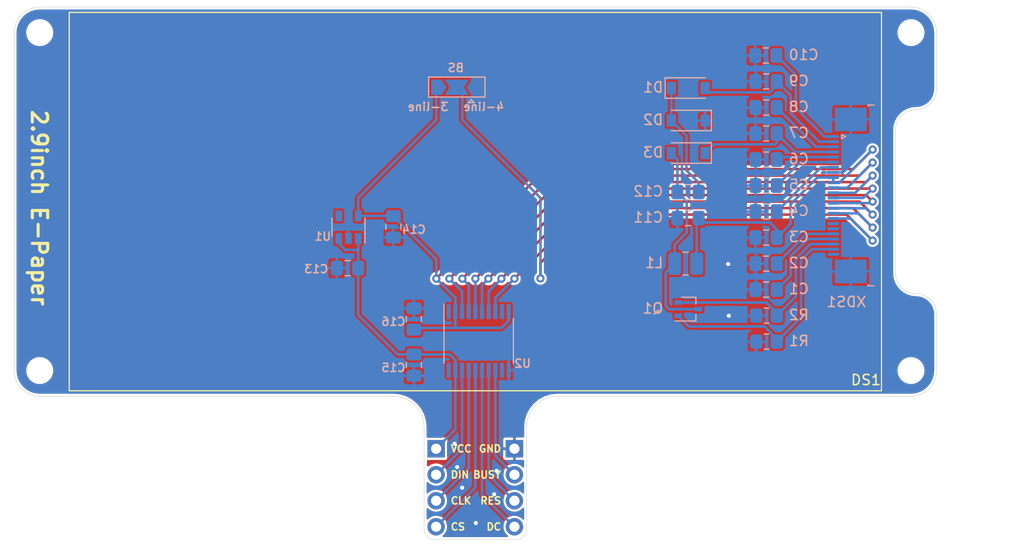
<source format=kicad_pcb>
(kicad_pcb (version 20171130) (host pcbnew "(5.1.5)-3")
  (layers (0 F.Cu signal) (31 B.Cu signal) (34 B.Paste user) (35 F.Paste user) (36 B.SilkS user) (37 F.SilkS user) (38 B.Mask user) (39 F.Mask user) (44 Edge.Cuts user))
  (net 0 "")
  (net 1 GND)
  (net 2 +3V3)
  (net 3 /BUSY)
  (net 4 /RES)
  (net 5 /DC)
  (net 6 /CS)
  (net 7 /CLK)
  (net 8 /DIN)
  (net 9 VCC)
  (net 10 /DIN')
  (net 11 /CLK')
  (net 12 /CS')
  (net 13 /DC')
  (net 14 /RES')
  (net 15 /BUSY')
  (net 16 /BS)
  (net 17 "Net-(C1-Pad1)")
  (net 18 "Net-(C12-Pad2)")
  (net 19 "Net-(C12-Pad1)")
  (net 20 /Display/PREVGH)
  (net 21 /Display/PREVGL)
  (net 22 /Display/VSH2)
  (net 23 /Display/VDD)
  (net 24 /Display/VSH1)
  (net 25 /Display/VSL)
  (net 26 /Display/VCOM)
  (net 27 /Display/RESE)
  (net 28 /Display/GDR)
  (net 29 /Display/VPP)
  (module Connector_FFC-FPC:TE_2-1734839-4_1x24-1MP_P0.5mm_Horizontal (layer B.Cu) (at 220.27 100.4 270)
    (fp_text reference XDS1 (at 10.395 0.075 180) (layer B.SilkS) (effects (justify mirror)))
    (fp_text value WSH-12561-FFC-MP)
    (fp_line (start -8.715 -2.04) (end -8.825 -2.04) (layer B.SilkS) (width 0.12))
    (fp_line (start -8.825 -2.04) (end -8.825 -2.64) (layer B.SilkS) (width 0.12))
    (fp_line (start 8.715 -2.04) (end 8.825 -2.04) (layer B.SilkS) (width 0.12))
    (fp_line (start 8.825 -2.04) (end 8.825 -2.64) (layer B.SilkS) (width 0.12))
    (fp_line (start -5.95 0.55) (end -5.75 0.15) (layer B.SilkS) (width 0.12))
    (fp_line (start -5.75 0.15) (end -5.55 0.55) (layer B.SilkS) (width 0.12))
    (fp_line (start -5.55 0.55) (end -5.95 0.55) (layer B.SilkS) (width 0.12))
    (pad 1 smd rect (at -5.75 1.35 270) (size 0.3 1.1) (layers B.Cu B.Paste B.Mask) (net 26 /Display/VCOM))
    (pad 2 smd rect (at -5.25 1.35 270) (size 0.3 1.1) (layers B.Cu B.Paste B.Mask) (net 21 /Display/PREVGL))
    (pad 3 smd rect (at -4.75 1.35 270) (size 0.3 1.1) (layers B.Cu B.Paste B.Mask) (net 25 /Display/VSL))
    (pad 4 smd rect (at -4.25 1.35 270) (size 0.3 1.1) (layers B.Cu B.Paste B.Mask) (net 20 /Display/PREVGH))
    (pad 5 smd rect (at -3.75 1.35 270) (size 0.3 1.1) (layers B.Cu B.Paste B.Mask) (net 24 /Display/VSH1))
    (pad 6 smd rect (at -3.25 1.35 270) (size 0.3 1.1) (layers B.Cu B.Paste B.Mask) (net 29 /Display/VPP))
    (pad 7 smd rect (at -2.75 1.35 270) (size 0.3 1.1) (layers B.Cu B.Paste B.Mask) (net 23 /Display/VDD))
    (pad 8 smd rect (at -2.25 1.35 270) (size 0.3 1.1) (layers B.Cu B.Paste B.Mask) (net 1 GND))
    (pad 9 smd rect (at -1.75 1.35 270) (size 0.3 1.1) (layers B.Cu B.Paste B.Mask) (net 2 +3V3))
    (pad 10 smd rect (at -1.25 1.35 270) (size 0.3 1.1) (layers B.Cu B.Paste B.Mask) (net 2 +3V3))
    (pad 11 smd rect (at -0.75 1.35 270) (size 0.3 1.1) (layers B.Cu B.Paste B.Mask) (net 10 /DIN'))
    (pad 12 smd rect (at -0.25 1.35 270) (size 0.3 1.1) (layers B.Cu B.Paste B.Mask) (net 11 /CLK'))
    (pad 13 smd rect (at 0.25 1.35 270) (size 0.3 1.1) (layers B.Cu B.Paste B.Mask) (net 12 /CS'))
    (pad 14 smd rect (at 0.75 1.35 270) (size 0.3 1.1) (layers B.Cu B.Paste B.Mask) (net 13 /DC'))
    (pad 15 smd rect (at 1.25 1.35 270) (size 0.3 1.1) (layers B.Cu B.Paste B.Mask) (net 14 /RES'))
    (pad 16 smd rect (at 1.75 1.35 270) (size 0.3 1.1) (layers B.Cu B.Paste B.Mask) (net 15 /BUSY'))
    (pad 17 smd rect (at 2.25 1.35 270) (size 0.3 1.1) (layers B.Cu B.Paste B.Mask) (net 16 /BS))
    (pad 18 smd rect (at 2.75 1.35 270) (size 0.3 1.1) (layers B.Cu B.Paste B.Mask))
    (pad 19 smd rect (at 3.25 1.35 270) (size 0.3 1.1) (layers B.Cu B.Paste B.Mask))
    (pad 20 smd rect (at 3.75 1.35 270) (size 0.3 1.1) (layers B.Cu B.Paste B.Mask) (net 22 /Display/VSH2))
    (pad 21 smd rect (at 4.25 1.35 270) (size 0.3 1.1) (layers B.Cu B.Paste B.Mask) (net 17 "Net-(C1-Pad1)"))
    (pad 22 smd rect (at 4.75 1.35 270) (size 0.3 1.1) (layers B.Cu B.Paste B.Mask) (net 27 /Display/RESE))
    (pad 23 smd rect (at 5.25 1.35 270) (size 0.3 1.1) (layers B.Cu B.Paste B.Mask) (net 28 /Display/GDR))
    (pad 24 smd rect (at 5.75 1.35 270) (size 0.3 1.1) (layers B.Cu B.Paste B.Mask))
    (pad MP smd rect (at -7.42 -0.35 270) (size 2.3 3.1) (layers B.Cu B.Paste B.Mask) (net 1 GND))
    (pad MP smd rect (at 7.42 -0.35 270) (size 2.3 3.1) (layers B.Cu B.Paste B.Mask) (net 1 GND))
  )
  (module Resistor_SMD:R_0805_2012Metric_Pad1.20x1.40mm_HandSolder (layer B.Cu) (at 212.405 112.135 180)
    (fp_text reference R2 (at -2.075 0.07) (layer B.SilkS) (effects (justify right mirror)))
    (fp_text value 3R)
    (fp_line (start -0.227064 -0.735) (end 0.227064 -0.735) (layer B.SilkS) (width 0.12))
    (fp_line (start -0.227064 0.735) (end 0.227064 0.735) (layer B.SilkS) (width 0.12))
    (pad 2 smd roundrect (at 1 0 180) (size 1.2 1.4) (layers B.Cu B.Paste B.Mask) (roundrect_rratio 0.208333) (net 1 GND))
    (pad 1 smd roundrect (at -1 0 180) (size 1.2 1.4) (layers B.Cu B.Paste B.Mask) (roundrect_rratio 0.208333) (net 27 /Display/RESE))
  )
  (module Resistor_SMD:R_0805_2012Metric_Pad1.20x1.40mm_HandSolder (layer B.Cu) (at 212.405 114.675 180)
    (fp_text reference R1 (at -2.075 0.07) (layer B.SilkS) (effects (justify right mirror)))
    (fp_text value 10k)
    (fp_line (start -0.227064 -0.735) (end 0.227064 -0.735) (layer B.SilkS) (width 0.12))
    (fp_line (start -0.227064 0.735) (end 0.227064 0.735) (layer B.SilkS) (width 0.12))
    (pad 2 smd roundrect (at 1 0 180) (size 1.2 1.4) (layers B.Cu B.Paste B.Mask) (roundrect_rratio 0.208333) (net 1 GND))
    (pad 1 smd roundrect (at -1 0 180) (size 1.2 1.4) (layers B.Cu B.Paste B.Mask) (roundrect_rratio 0.208333) (net 28 /Display/GDR))
  )
  (module Package_TO_SOT_SMD:SOT-323_SC-70 (layer B.Cu) (at 204.785 111.5)
    (fp_text reference Q1 (at -2.37 -0.07) (layer B.SilkS) (effects (justify left mirror)))
    (fp_text value Si1308EDL)
    (fp_line (start -0.68 -1.16) (end 0.73 -1.16) (layer B.SilkS) (width 0.12))
    (fp_line (start 0.73 1.16) (end -1.3 1.16) (layer B.SilkS) (width 0.12))
    (fp_line (start 0.73 1.16) (end 0.73 0.5) (layer B.SilkS) (width 0.12))
    (fp_line (start 0.73 -0.5) (end 0.73 -1.16) (layer B.SilkS) (width 0.12))
    (pad 3 smd rect (at 1 0 90) (size 0.45 0.7) (layers B.Cu B.Paste B.Mask) (net 18 "Net-(C12-Pad2)"))
    (pad 2 smd rect (at -1 -0.65 90) (size 0.45 0.7) (layers B.Cu B.Paste B.Mask) (net 27 /Display/RESE))
    (pad 1 smd rect (at -1 0.65 90) (size 0.45 0.7) (layers B.Cu B.Paste B.Mask) (net 28 /Display/GDR))
  )
  (module shared_components:L_TYA252012 (layer B.Cu) (at 204.515 107.055)
    (fp_text reference L1 (at -2.1 -0.07) (layer B.SilkS) (effects (justify left mirror)))
    (fp_text value 10u)
    (fp_line (start -0.261252 -1.11) (end 0.261252 -1.11) (layer B.SilkS) (width 0.12))
    (fp_line (start -0.261252 1.11) (end 0.261252 1.11) (layer B.SilkS) (width 0.12))
    (pad 2 smd roundrect (at 1.075 0) (size 1.25 2.2) (layers B.Cu B.Paste B.Mask) (roundrect_rratio 0.2) (net 2 +3V3))
    (pad 1 smd roundrect (at -1.075 0) (size 1.25 2.2) (layers B.Cu B.Paste B.Mask) (roundrect_rratio 0.2) (net 18 "Net-(C12-Pad2)"))
  )
  (module shared_components:WSH-12563 (layer F.Cu) (at 180.95 101 180)
    (fp_text reference DS1 (at -41.15 -17.415) (layer F.SilkS))
    (fp_text value WSH-12561)
    (fp_line (start 36.57 -18.47) (end 36.57 18.47) (layer F.SilkS) (width 0.12))
    (fp_line (start -42.67 -18.47) (end 36.57 -18.47) (layer F.SilkS) (width 0.12))
    (fp_line (start -42.67 18.47) (end -42.67 -18.47) (layer F.SilkS) (width 0.12))
    (fp_line (start 36.57 18.47) (end -42.67 18.47) (layer F.SilkS) (width 0.12))
  )
  (module Diode_SMD:D_SOD-123 (layer B.Cu) (at 204.77 96.26 180)
    (fp_text reference D3 (at 2.355 0.07) (layer B.SilkS) (effects (justify left mirror)))
    (fp_text value MBR0530)
    (fp_line (start -2.25 1) (end 1.65 1) (layer B.SilkS) (width 0.12))
    (fp_line (start -2.25 -1) (end 1.65 -1) (layer B.SilkS) (width 0.12))
    (fp_line (start -2.25 1) (end -2.25 -1) (layer B.SilkS) (width 0.12))
    (pad 2 smd rect (at 1.65 0 180) (size 0.9 1.2) (layers B.Cu B.Paste B.Mask) (net 18 "Net-(C12-Pad2)"))
    (pad 1 smd rect (at -1.65 0 180) (size 0.9 1.2) (layers B.Cu B.Paste B.Mask) (net 20 /Display/PREVGH))
  )
  (module Diode_SMD:D_SOD-123 (layer B.Cu) (at 204.77 93.085 180)
    (fp_text reference D2 (at 2.355 0.07) (layer B.SilkS) (effects (justify left mirror)))
    (fp_text value MBR0530)
    (fp_line (start -2.25 1) (end 1.65 1) (layer B.SilkS) (width 0.12))
    (fp_line (start -2.25 -1) (end 1.65 -1) (layer B.SilkS) (width 0.12))
    (fp_line (start -2.25 1) (end -2.25 -1) (layer B.SilkS) (width 0.12))
    (pad 2 smd rect (at 1.65 0 180) (size 0.9 1.2) (layers B.Cu B.Paste B.Mask) (net 19 "Net-(C12-Pad1)"))
    (pad 1 smd rect (at -1.65 0 180) (size 0.9 1.2) (layers B.Cu B.Paste B.Mask) (net 1 GND))
  )
  (module Diode_SMD:D_SOD-123 (layer B.Cu) (at 204.77 89.91)
    (fp_text reference D1 (at -2.355 -0.07) (layer B.SilkS) (effects (justify left mirror)))
    (fp_text value MBR0530)
    (fp_line (start -2.25 1) (end 1.65 1) (layer B.SilkS) (width 0.12))
    (fp_line (start -2.25 -1) (end 1.65 -1) (layer B.SilkS) (width 0.12))
    (fp_line (start -2.25 1) (end -2.25 -1) (layer B.SilkS) (width 0.12))
    (pad 2 smd rect (at 1.65 0) (size 0.9 1.2) (layers B.Cu B.Paste B.Mask) (net 21 /Display/PREVGL))
    (pad 1 smd rect (at -1.65 0) (size 0.9 1.2) (layers B.Cu B.Paste B.Mask) (net 19 "Net-(C12-Pad1)"))
  )
  (module Capacitor_SMD:C_0805_2012Metric_Pad1.18x1.45mm_HandSolder (layer B.Cu) (at 212.3325 86.735 180)
    (fp_text reference C10 (at -2.1475 0.07) (layer B.SilkS) (effects (justify right mirror)))
    (fp_text value 1u)
    (fp_line (start -0.261252 -0.735) (end 0.261252 -0.735) (layer B.SilkS) (width 0.12))
    (fp_line (start -0.261252 0.735) (end 0.261252 0.735) (layer B.SilkS) (width 0.12))
    (pad 2 smd roundrect (at 1.0375 0 180) (size 1.175 1.45) (layers B.Cu B.Paste B.Mask) (roundrect_rratio 0.212766) (net 1 GND))
    (pad 1 smd roundrect (at -1.0375 0 180) (size 1.175 1.45) (layers B.Cu B.Paste B.Mask) (roundrect_rratio 0.212766) (net 26 /Display/VCOM))
  )
  (module Capacitor_SMD:C_0805_2012Metric_Pad1.18x1.45mm_HandSolder (layer B.Cu) (at 212.3675 91.815 180)
    (fp_text reference C8 (at -2.1125 0.07) (layer B.SilkS) (effects (justify right mirror)))
    (fp_text value 1u)
    (fp_line (start -0.261252 -0.735) (end 0.261252 -0.735) (layer B.SilkS) (width 0.12))
    (fp_line (start -0.261252 0.735) (end 0.261252 0.735) (layer B.SilkS) (width 0.12))
    (pad 2 smd roundrect (at 1.0375 0 180) (size 1.175 1.45) (layers B.Cu B.Paste B.Mask) (roundrect_rratio 0.212766) (net 1 GND))
    (pad 1 smd roundrect (at -1.0375 0 180) (size 1.175 1.45) (layers B.Cu B.Paste B.Mask) (roundrect_rratio 0.212766) (net 25 /Display/VSL))
  )
  (module Capacitor_SMD:C_0805_2012Metric_Pad1.18x1.45mm_HandSolder (layer B.Cu) (at 212.3675 96.895 180)
    (fp_text reference C6 (at -2.1125 0.07) (layer B.SilkS) (effects (justify right mirror)))
    (fp_text value 1u)
    (fp_line (start -0.261252 -0.735) (end 0.261252 -0.735) (layer B.SilkS) (width 0.12))
    (fp_line (start -0.261252 0.735) (end 0.261252 0.735) (layer B.SilkS) (width 0.12))
    (pad 2 smd roundrect (at 1.0375 0 180) (size 1.175 1.45) (layers B.Cu B.Paste B.Mask) (roundrect_rratio 0.212766) (net 1 GND))
    (pad 1 smd roundrect (at -1.0375 0 180) (size 1.175 1.45) (layers B.Cu B.Paste B.Mask) (roundrect_rratio 0.212766) (net 24 /Display/VSH1))
  )
  (module Capacitor_SMD:C_0805_2012Metric_Pad1.18x1.45mm_HandSolder (layer B.Cu) (at 212.3675 101.975 180)
    (fp_text reference C4 (at -2.1125 0.07) (layer B.SilkS) (effects (justify right mirror)))
    (fp_text value 1u)
    (fp_line (start -0.261252 -0.735) (end 0.261252 -0.735) (layer B.SilkS) (width 0.12))
    (fp_line (start -0.261252 0.735) (end 0.261252 0.735) (layer B.SilkS) (width 0.12))
    (pad 2 smd roundrect (at 1.0375 0 180) (size 1.175 1.45) (layers B.Cu B.Paste B.Mask) (roundrect_rratio 0.212766) (net 1 GND))
    (pad 1 smd roundrect (at -1.0375 0 180) (size 1.175 1.45) (layers B.Cu B.Paste B.Mask) (roundrect_rratio 0.212766) (net 23 /Display/VDD))
  )
  (module Capacitor_SMD:C_0805_2012Metric_Pad1.18x1.45mm_HandSolder (layer B.Cu) (at 212.3675 107.055 180)
    (fp_text reference C2 (at -2.1125 0.07) (layer B.SilkS) (effects (justify right mirror)))
    (fp_text value 1u)
    (fp_line (start -0.261252 -0.735) (end 0.261252 -0.735) (layer B.SilkS) (width 0.12))
    (fp_line (start -0.261252 0.735) (end 0.261252 0.735) (layer B.SilkS) (width 0.12))
    (pad 2 smd roundrect (at 1.0375 0 180) (size 1.175 1.45) (layers B.Cu B.Paste B.Mask) (roundrect_rratio 0.212766) (net 1 GND))
    (pad 1 smd roundrect (at -1.0375 0 180) (size 1.175 1.45) (layers B.Cu B.Paste B.Mask) (roundrect_rratio 0.212766) (net 22 /Display/VSH2))
  )
  (module Capacitor_SMD:C_0805_2012Metric_Pad1.18x1.45mm_HandSolder (layer B.Cu) (at 212.3675 89.275 180)
    (fp_text reference C9 (at -2.1125 0.07) (layer B.SilkS) (effects (justify right mirror)))
    (fp_text value 1u)
    (fp_line (start -0.261252 -0.735) (end 0.261252 -0.735) (layer B.SilkS) (width 0.12))
    (fp_line (start -0.261252 0.735) (end 0.261252 0.735) (layer B.SilkS) (width 0.12))
    (pad 2 smd roundrect (at 1.0375 0 180) (size 1.175 1.45) (layers B.Cu B.Paste B.Mask) (roundrect_rratio 0.212766) (net 1 GND))
    (pad 1 smd roundrect (at -1.0375 0 180) (size 1.175 1.45) (layers B.Cu B.Paste B.Mask) (roundrect_rratio 0.212766) (net 21 /Display/PREVGL))
  )
  (module Capacitor_SMD:C_0805_2012Metric_Pad1.18x1.45mm_HandSolder (layer B.Cu) (at 212.3675 94.355 180)
    (fp_text reference C7 (at -2.1125 0.07) (layer B.SilkS) (effects (justify right mirror)))
    (fp_text value 1u)
    (fp_line (start -0.261252 -0.735) (end 0.261252 -0.735) (layer B.SilkS) (width 0.12))
    (fp_line (start -0.261252 0.735) (end 0.261252 0.735) (layer B.SilkS) (width 0.12))
    (pad 2 smd roundrect (at 1.0375 0 180) (size 1.175 1.45) (layers B.Cu B.Paste B.Mask) (roundrect_rratio 0.212766) (net 1 GND))
    (pad 1 smd roundrect (at -1.0375 0 180) (size 1.175 1.45) (layers B.Cu B.Paste B.Mask) (roundrect_rratio 0.212766) (net 20 /Display/PREVGH))
  )
  (module Capacitor_SMD:C_0805_2012Metric_Pad1.18x1.45mm_HandSolder (layer B.Cu) (at 212.3675 99.435 180)
    (fp_text reference C5 (at -2.1125 0.07) (layer B.SilkS) (effects (justify right mirror)))
    (fp_text value 1u)
    (fp_line (start -0.261252 -0.735) (end 0.261252 -0.735) (layer B.SilkS) (width 0.12))
    (fp_line (start -0.261252 0.735) (end 0.261252 0.735) (layer B.SilkS) (width 0.12))
    (pad 2 smd roundrect (at 1.0375 0 180) (size 1.175 1.45) (layers B.Cu B.Paste B.Mask) (roundrect_rratio 0.212766) (net 1 GND))
    (pad 1 smd roundrect (at -1.0375 0 180) (size 1.175 1.45) (layers B.Cu B.Paste B.Mask) (roundrect_rratio 0.212766) (net 29 /Display/VPP))
  )
  (module Capacitor_SMD:C_0805_2012Metric_Pad1.18x1.45mm_HandSolder (layer B.Cu) (at 212.3675 104.515 180)
    (fp_text reference C3 (at -2.1125 0.07) (layer B.SilkS) (effects (justify right mirror)))
    (fp_text value 1u)
    (fp_line (start -0.261252 -0.735) (end 0.261252 -0.735) (layer B.SilkS) (width 0.12))
    (fp_line (start -0.261252 0.735) (end 0.261252 0.735) (layer B.SilkS) (width 0.12))
    (pad 2 smd roundrect (at 1.0375 0 180) (size 1.175 1.45) (layers B.Cu B.Paste B.Mask) (roundrect_rratio 0.212766) (net 1 GND))
    (pad 1 smd roundrect (at -1.0375 0 180) (size 1.175 1.45) (layers B.Cu B.Paste B.Mask) (roundrect_rratio 0.212766) (net 2 +3V3))
  )
  (module Capacitor_SMD:C_0805_2012Metric_Pad1.18x1.45mm_HandSolder (layer B.Cu) (at 212.3675 109.595 180)
    (fp_text reference C1 (at -2.1125 0.07) (layer B.SilkS) (effects (justify right mirror)))
    (fp_text value 1u)
    (fp_line (start -0.261252 -0.735) (end 0.261252 -0.735) (layer B.SilkS) (width 0.12))
    (fp_line (start -0.261252 0.735) (end 0.261252 0.735) (layer B.SilkS) (width 0.12))
    (pad 2 smd roundrect (at 1.0375 0 180) (size 1.175 1.45) (layers B.Cu B.Paste B.Mask) (roundrect_rratio 0.212766) (net 1 GND))
    (pad 1 smd roundrect (at -1.0375 0 180) (size 1.175 1.45) (layers B.Cu B.Paste B.Mask) (roundrect_rratio 0.212766) (net 17 "Net-(C1-Pad1)"))
  )
  (module Capacitor_SMD:C_0805_2012Metric_Pad1.18x1.45mm_HandSolder (layer B.Cu) (at 204.7475 100.07 180)
    (fp_text reference C12 (at 2.3325 0.07) (layer B.SilkS) (effects (justify left mirror)))
    (fp_text value 4.7u)
    (fp_line (start -0.261252 -0.735) (end 0.261252 -0.735) (layer B.SilkS) (width 0.12))
    (fp_line (start -0.261252 0.735) (end 0.261252 0.735) (layer B.SilkS) (width 0.12))
    (pad 2 smd roundrect (at 1.0375 0 180) (size 1.175 1.45) (layers B.Cu B.Paste B.Mask) (roundrect_rratio 0.212766) (net 18 "Net-(C12-Pad2)"))
    (pad 1 smd roundrect (at -1.0375 0 180) (size 1.175 1.45) (layers B.Cu B.Paste B.Mask) (roundrect_rratio 0.212766) (net 19 "Net-(C12-Pad1)"))
  )
  (module Capacitor_SMD:C_0805_2012Metric_Pad1.18x1.45mm_HandSolder (layer B.Cu) (at 204.7475 102.61 180)
    (fp_text reference C11 (at 2.3325 0.07) (layer B.SilkS) (effects (justify left mirror)))
    (fp_text value 4.7u)
    (fp_line (start -0.261252 -0.735) (end 0.261252 -0.735) (layer B.SilkS) (width 0.12))
    (fp_line (start -0.261252 0.735) (end 0.261252 0.735) (layer B.SilkS) (width 0.12))
    (pad 2 smd roundrect (at 1.0375 0 180) (size 1.175 1.45) (layers B.Cu B.Paste B.Mask) (roundrect_rratio 0.212766) (net 1 GND))
    (pad 1 smd roundrect (at -1.0375 0 180) (size 1.175 1.45) (layers B.Cu B.Paste B.Mask) (roundrect_rratio 0.212766) (net 2 +3V3))
  )
  (module Connector_PinHeader_2.54mm:PinHeader_1x04_P2.54mm_Vertical (layer B.Cu) (at 187.81 125.13 180)
    (fp_text reference J1 hide)
    (fp_text value Conn_01x04)
    (pad 4 thru_hole oval (at 0 -7.62 180) (size 1.7 1.7) (drill 1) (layers *.Cu *.Mask) (net 5 /DC))
    (pad 3 thru_hole oval (at 0 -5.08 180) (size 1.7 1.7) (drill 1) (layers *.Cu *.Mask) (net 4 /RES))
    (pad 2 thru_hole oval (at 0 -2.54 180) (size 1.7 1.7) (drill 1) (layers *.Cu *.Mask) (net 3 /BUSY))
    (pad 1 thru_hole rect (at 0 0 180) (size 1.7 1.7) (drill 1) (layers *.Cu *.Mask) (net 1 GND))
  )
  (module Connector_PinHeader_2.54mm:PinHeader_1x04_P2.54mm_Vertical (layer B.Cu) (at 180.17 125.13 180)
    (fp_text reference J2 hide)
    (fp_text value Conn_01x04)
    (pad 4 thru_hole oval (at 0 -7.62 180) (size 1.7 1.7) (drill 1) (layers *.Cu *.Mask) (net 6 /CS))
    (pad 3 thru_hole oval (at 0 -5.08 180) (size 1.7 1.7) (drill 1) (layers *.Cu *.Mask) (net 7 /CLK))
    (pad 2 thru_hole oval (at 0 -2.54 180) (size 1.7 1.7) (drill 1) (layers *.Cu *.Mask) (net 8 /DIN))
    (pad 1 thru_hole rect (at 0 0 180) (size 1.7 1.7) (drill 1) (layers *.Cu *.Mask) (net 9 VCC))
  )
  (module Jumper:SolderJumper-3_P2.0mm_Open_TrianglePad1.0x1.5mm (layer B.Cu) (at 182.19 89.84 180)
    (fp_text reference JP1 hide)
    (fp_text value Jumper_NC_Dual hide)
    (fp_line (start -2.75 1) (end 2.75 1) (layer B.SilkS) (width 0.12))
    (fp_line (start 2.75 1) (end 2.75 -0.95) (layer B.SilkS) (width 0.12))
    (fp_line (start 2.75 -0.95) (end -2.75 -0.95) (layer B.SilkS) (width 0.12))
    (fp_line (start -2.75 -0.95) (end -2.75 1) (layer B.SilkS) (width 0.12))
    (fp_line (start -1.4 -1.2) (end -1.7 -1.5) (layer B.SilkS) (width 0.12))
    (fp_line (start -1.7 -1.5) (end -1.1 -1.5) (layer B.SilkS) (width 0.12))
    (fp_line (start -1.1 -1.5) (end -1.4 -1.2) (layer B.SilkS) (width 0.12))
    (pad 3 smd custom (at 2 0) (size 0.3 0.3) (layers B.Cu B.Mask) (net 2 +3V3) (options (clearance outline) (anchor rect)) (primitives (gr_poly (pts (xy -0.5 0.75) (xy 0.5 0.75) (xy 1 0) (xy 0.5 -0.75) (xy -0.5 -0.75)) (width 0))))
    (pad 2 smd custom (at 0 0 180) (size 0.3 0.3) (layers B.Cu B.Mask) (net 16 /BS) (options (clearance outline) (anchor rect)) (primitives (gr_poly (pts (xy -1.2 0.75) (xy 1.2 0.75) (xy 0.7 0) (xy 1.2 -0.75) (xy -1.2 -0.75) (xy -0.7 0)) (width 0))))
    (pad 1 smd custom (at -2 0 180) (size 0.3 0.3) (layers B.Cu B.Mask) (net 1 GND) (options (clearance outline) (anchor rect)) (primitives (gr_poly (pts (xy -0.5 0.75) (xy 0.5 0.75) (xy 1 0) (xy 0.5 -0.75) (xy -0.5 -0.75)) (width 0))))
  )
  (module Package_TO_SOT_SMD:SOT-23-5 (layer B.Cu) (at 171.62 103.5 90)
    (fp_text reference U1 (at -0.9 -1.61 180) (layer B.SilkS) (effects (font (size 0.8 0.8)) (justify left mirror)))
    (fp_text value MIC5504-3.3YM5)
    (fp_line (start 0.9 1.61) (end -1.55 1.61) (layer B.SilkS) (width 0.12))
    (fp_line (start -0.9 -1.61) (end 0.9 -1.61) (layer B.SilkS) (width 0.12))
    (pad 5 smd rect (at 1.1 0.95 90) (size 1.06 0.65) (layers B.Cu B.Paste B.Mask) (net 2 +3V3))
    (pad 4 smd rect (at 1.1 -0.95 90) (size 1.06 0.65) (layers B.Cu B.Paste B.Mask))
    (pad 3 smd rect (at -1.1 -0.95 90) (size 1.06 0.65) (layers B.Cu B.Paste B.Mask) (net 9 VCC))
    (pad 2 smd rect (at -1.1 0 90) (size 1.06 0.65) (layers B.Cu B.Paste B.Mask) (net 1 GND))
    (pad 1 smd rect (at -1.1 0.95 90) (size 1.06 0.65) (layers B.Cu B.Paste B.Mask) (net 9 VCC))
  )
  (module Capacitor_SMD:C_0805_2012Metric_Pad1.18x1.45mm_HandSolder (layer B.Cu) (at 178 116.9625 270)
    (fp_text reference C15 (at 0.261252 0.735) (layer B.SilkS) (effects (font (size 0.8 0.8)) (justify left mirror)))
    (fp_text value 100nF)
    (fp_line (start -0.261252 -0.735) (end 0.261252 -0.735) (layer B.SilkS) (width 0.12))
    (fp_line (start -0.261252 0.735) (end 0.261252 0.735) (layer B.SilkS) (width 0.12))
    (pad 2 smd roundrect (at 1.0375 0 270) (size 1.175 1.45) (layers B.Cu B.Paste B.Mask) (roundrect_rratio 0.212766) (net 1 GND))
    (pad 1 smd roundrect (at -1.0375 0 270) (size 1.175 1.45) (layers B.Cu B.Paste B.Mask) (roundrect_rratio 0.212766) (net 9 VCC))
  )
  (module Capacitor_SMD:C_0805_2012Metric_Pad1.18x1.45mm_HandSolder (layer B.Cu) (at 178 112.4625 90)
    (fp_text reference C16 (at -0.261252 -0.735 180) (layer B.SilkS) (effects (font (size 0.8 0.8)) (justify left mirror)))
    (fp_text value 100nF)
    (fp_line (start -0.261252 -0.735) (end 0.261252 -0.735) (layer B.SilkS) (width 0.12))
    (fp_line (start -0.261252 0.735) (end 0.261252 0.735) (layer B.SilkS) (width 0.12))
    (pad 2 smd roundrect (at 1.0375 0 90) (size 1.175 1.45) (layers B.Cu B.Paste B.Mask) (roundrect_rratio 0.212766) (net 1 GND))
    (pad 1 smd roundrect (at -1.0375 0 90) (size 1.175 1.45) (layers B.Cu B.Paste B.Mask) (roundrect_rratio 0.212766) (net 2 +3V3))
  )
  (module Capacitor_SMD:C_0805_2012Metric_Pad1.18x1.45mm_HandSolder (layer B.Cu) (at 176 103.4625 270)
    (fp_text reference C14 (at 0.261252 -0.735 180) (layer B.SilkS) (effects (font (size 0.8 0.8)) (justify right mirror)))
    (fp_text value 4.7uF)
    (fp_line (start -0.261252 -0.735) (end 0.261252 -0.735) (layer B.SilkS) (width 0.12))
    (fp_line (start -0.261252 0.735) (end 0.261252 0.735) (layer B.SilkS) (width 0.12))
    (pad 2 smd roundrect (at 1.0375 0 270) (size 1.175 1.45) (layers B.Cu B.Paste B.Mask) (roundrect_rratio 0.212766) (net 1 GND))
    (pad 1 smd roundrect (at -1.0375 0 270) (size 1.175 1.45) (layers B.Cu B.Paste B.Mask) (roundrect_rratio 0.212766) (net 2 +3V3))
  )
  (module Capacitor_SMD:C_0805_2012Metric_Pad1.18x1.45mm_HandSolder (layer B.Cu) (at 171.5325 107.5 180)
    (fp_text reference C13 (at 3.0595 -0.084) (layer B.SilkS) (effects (font (size 0.8 0.8)) (justify mirror)))
    (fp_text value 10uF)
    (fp_line (start -0.261252 -0.735) (end 0.261252 -0.735) (layer B.SilkS) (width 0.12))
    (fp_line (start -0.261252 0.735) (end 0.261252 0.735) (layer B.SilkS) (width 0.12))
    (pad 2 smd roundrect (at 1.0375 0 180) (size 1.175 1.45) (layers B.Cu B.Paste B.Mask) (roundrect_rratio 0.212766) (net 1 GND))
    (pad 1 smd roundrect (at -1.0375 0 180) (size 1.175 1.45) (layers B.Cu B.Paste B.Mask) (roundrect_rratio 0.212766) (net 9 VCC))
  )
  (module Package_SO:TSSOP-20_4.4x6.5mm_P0.65mm (layer B.Cu) (at 184.325 114.605 270)
    (fp_text reference U2 (at 2.2 -3.385 180) (layer B.SilkS) (effects (font (size 0.8 0.8)) (justify right mirror)))
    (fp_text value TXS0108EPW)
    (fp_line (start 0 3.385) (end -3.6 3.385) (layer B.SilkS) (width 0.12))
    (fp_line (start 0 3.385) (end 2.2 3.385) (layer B.SilkS) (width 0.12))
    (fp_line (start 0 -3.385) (end -2.2 -3.385) (layer B.SilkS) (width 0.12))
    (fp_line (start 0 -3.385) (end 2.2 -3.385) (layer B.SilkS) (width 0.12))
    (pad 20 smd roundrect (at 2.8625 2.925 270) (size 1.475 0.4) (layers B.Cu B.Paste B.Mask))
    (pad 19 smd roundrect (at 2.8625 2.275 270) (size 1.475 0.4) (layers B.Cu B.Paste B.Mask) (net 9 VCC))
    (pad 18 smd roundrect (at 2.8625 1.625 270) (size 1.475 0.4) (layers B.Cu B.Paste B.Mask) (net 8 /DIN))
    (pad 17 smd roundrect (at 2.8625 0.975 270) (size 1.475 0.4) (layers B.Cu B.Paste B.Mask) (net 7 /CLK))
    (pad 16 smd roundrect (at 2.8625 0.325 270) (size 1.475 0.4) (layers B.Cu B.Paste B.Mask) (net 6 /CS))
    (pad 15 smd roundrect (at 2.8625 -0.325 270) (size 1.475 0.4) (layers B.Cu B.Paste B.Mask) (net 5 /DC))
    (pad 14 smd roundrect (at 2.8625 -0.975 270) (size 1.475 0.4) (layers B.Cu B.Paste B.Mask) (net 4 /RES))
    (pad 13 smd roundrect (at 2.8625 -1.625 270) (size 1.475 0.4) (layers B.Cu B.Paste B.Mask) (net 3 /BUSY))
    (pad 12 smd roundrect (at 2.8625 -2.275 270) (size 1.475 0.4) (layers B.Cu B.Paste B.Mask))
    (pad 11 smd roundrect (at 2.8625 -2.925 270) (size 1.475 0.4) (layers B.Cu B.Paste B.Mask) (net 1 GND))
    (pad 10 smd roundrect (at -2.8625 -2.925 270) (size 1.475 0.4) (layers B.Cu B.Paste B.Mask) (net 2 +3V3))
    (pad 9 smd roundrect (at -2.8625 -2.275 270) (size 1.475 0.4) (layers B.Cu B.Paste B.Mask))
    (pad 8 smd roundrect (at -2.8625 -1.625 270) (size 1.475 0.4) (layers B.Cu B.Paste B.Mask) (net 15 /BUSY'))
    (pad 7 smd roundrect (at -2.8625 -0.975 270) (size 1.475 0.4) (layers B.Cu B.Paste B.Mask) (net 14 /RES'))
    (pad 6 smd roundrect (at -2.8625 -0.325 270) (size 1.475 0.4) (layers B.Cu B.Paste B.Mask) (net 13 /DC'))
    (pad 5 smd roundrect (at -2.8625 0.325 270) (size 1.475 0.4) (layers B.Cu B.Paste B.Mask) (net 12 /CS'))
    (pad 4 smd roundrect (at -2.8625 0.975 270) (size 1.475 0.4) (layers B.Cu B.Paste B.Mask) (net 11 /CLK'))
    (pad 3 smd roundrect (at -2.8625 1.625 270) (size 1.475 0.4) (layers B.Cu B.Paste B.Mask) (net 10 /DIN'))
    (pad 2 smd roundrect (at -2.8625 2.275 270) (size 1.475 0.4) (layers B.Cu B.Paste B.Mask) (net 2 +3V3))
    (pad 1 smd roundrect (at -2.8625 2.925 270) (size 1.475 0.4) (layers B.Cu B.Paste B.Mask))
  )
  (module MountingHole:MountingHole_2.2mm_M2 (layer F.Cu) (at 226.5 84.5 90)
    (fp_text reference H4 hide)
    (fp_text value MountingHole)
    (pad 1 np_thru_hole circle (at 0 0 90) (size 2.2 2.2) (drill 2.2) (layers *.Cu *.Mask))
  )
  (module MountingHole:MountingHole_2.2mm_M2 (layer F.Cu) (at 226.5 117.5 90)
    (fp_text reference H3 hide)
    (fp_text value MountingHole)
    (pad 1 np_thru_hole circle (at 0 0 90) (size 2.2 2.2) (drill 2.2) (layers *.Cu *.Mask))
  )
  (module MountingHole:MountingHole_2.2mm_M2 (layer F.Cu) (at 141.5 84.5 90)
    (fp_text reference H2 hide)
    (fp_text value MountingHole)
    (pad 1 np_thru_hole circle (at 0 0 90) (size 2.2 2.2) (drill 2.2) (layers *.Cu *.Mask))
  )
  (module MountingHole:MountingHole_2.2mm_M2 (layer F.Cu) (at 141.5 117.5 90)
    (fp_text reference H1 hide)
    (fp_text value MountingHole)
    (pad 1 np_thru_hole circle (at 0 0 90) (size 2.2 2.2) (drill 2.2) (layers *.Cu *.Mask))
  )
  (gr_text 3-line (at 181.46 91.745) (layer B.SilkS) (effects (font (size 0.8 0.8)) (justify left mirror)))
  (gr_line (start 192 120) (end 226.5 120) (layer Edge.Cuts) (width 0.05))
  (gr_line (start 139 117.5) (end 139 84.5) (layer Edge.Cuts) (width 0.05))
  (gr_text "2.9inch E-Paper" (at 141.455 101.619 270) (layer F.SilkS) (effects (font (size 1.5 1.5) (thickness 0.3))))
  (gr_text BS (at 182.095 87.935) (layer B.SilkS) (effects (font (size 0.8 0.8)) (justify mirror)))
  (gr_text 4-line (at 182.73 91.745) (layer B.SilkS) (effects (font (size 0.8 0.8)) (justify right mirror)))
  (gr_text VCC (at 181.515 125.132) (layer F.SilkS) (effects (font (size 0.7 0.7)) (justify left)))
  (gr_text DIN (at 181.515 127.672) (layer F.SilkS) (effects (font (size 0.7 0.7)) (justify left)))
  (gr_text CLK (at 181.515 130.212) (layer F.SilkS) (effects (font (size 0.7 0.7)) (justify left)))
  (gr_text CS (at 181.515 132.752) (layer F.SilkS) (effects (font (size 0.7 0.7)) (justify left)))
  (gr_text GND (at 186.595 125.132) (layer F.SilkS) (effects (font (size 0.7 0.7)) (justify right)))
  (gr_text BUSY (at 186.595 127.672) (layer F.SilkS) (effects (font (size 0.7 0.7)) (justify right)))
  (gr_text RES (at 186.595 130.212) (layer F.SilkS) (effects (font (size 0.7 0.7)) (justify right)))
  (gr_text DC (at 186.595 132.752) (layer F.SilkS) (effects (font (size 0.7 0.7)) (justify right)))
  (gr_line (start 229 117.5) (end 229 112) (layer Edge.Cuts) (width 0.05))
  (gr_arc (start 227 112) (end 229 111.999167) (angle -89.97613631) (layer Edge.Cuts) (width 0.05))
  (gr_arc (start 227 108) (end 225 108) (angle -90) (layer Edge.Cuts) (width 0.05))
  (gr_line (start 229 84.5) (end 229 90) (layer Edge.Cuts) (width 0.05))
  (gr_arc (start 227 90) (end 227 92) (angle -90) (layer Edge.Cuts) (width 0.05))
  (gr_arc (start 227 94) (end 227 92) (angle -90) (layer Edge.Cuts) (width 0.05))
  (gr_arc (start 141.5 84.5) (end 141.5 82) (angle -90) (layer Edge.Cuts) (width 0.05))
  (gr_arc (start 176 123) (end 179 123) (angle -90) (layer Edge.Cuts) (width 0.05))
  (gr_line (start 179 133) (end 179 123) (layer Edge.Cuts) (width 0.05))
  (gr_arc (start 180 133) (end 179 133) (angle -90) (layer Edge.Cuts) (width 0.05))
  (gr_line (start 188 134) (end 180 134) (layer Edge.Cuts) (width 0.05))
  (gr_arc (start 188 133) (end 188 134) (angle -90) (layer Edge.Cuts) (width 0.05))
  (gr_arc (start 192 123) (end 192 120) (angle -90) (layer Edge.Cuts) (width 0.05))
  (gr_line (start 189 133) (end 189 123) (layer Edge.Cuts) (width 0.05))
  (gr_arc (start 141.5 117.5) (end 139 117.5) (angle -90) (layer Edge.Cuts) (width 0.05))
  (gr_line (start 226.5 82) (end 141.5 82) (layer Edge.Cuts) (width 0.05))
  (gr_arc (start 226.5 117.5) (end 226.5 120) (angle -90) (layer Edge.Cuts) (width 0.05))
  (gr_arc (start 226.5 84.5) (end 229 84.5) (angle -90) (layer Edge.Cuts) (width 0.05))
  (gr_line (start 225 94) (end 225 108) (layer Edge.Cuts) (width 0.05))
  (gr_line (start 141.5 120) (end 176 120) (layer Edge.Cuts) (width 0.05))
  (via (at 185.833 129.577) (size 0.8) (drill 0.4) (layers F.Cu B.Cu) (net 1))
  (via (at 186.087 127.291) (size 0.8) (drill 0.4) (layers F.Cu B.Cu) (net 1))
  (via (at 208.72 112.145) (size 0.8) (drill 0.4) (layers F.Cu B.Cu) (net 1))
  (via (at 184.045 132.385) (size 0.8) (drill 0.4) (layers F.Cu B.Cu) (net 1))
  (via (at 182.71 128.94) (size 0.8) (drill 0.4) (layers F.Cu B.Cu) (net 1))
  (via (at 208.658 107.096) (size 0.8) (drill 0.4) (layers F.Cu B.Cu) (net 1))
  (via (at 181.968 124.638) (size 0.8) (drill 0.4) (layers F.Cu B.Cu) (net 1))
  (via (at 182.222 126.924) (size 0.8) (drill 0.4) (layers F.Cu B.Cu) (net 1))
  (via (at 180.19 108.525) (size 0.8) (drill 0.4) (layers F.Cu B.Cu) (net 2))
  (via (at 222.755 95.92) (size 0.8) (drill 0.4) (layers F.Cu B.Cu) (net 2))
  (segment (start 219.525 99.15) (end 222.755 95.92) (width 0.25) (layer B.Cu) (net 2))
  (segment (start 218.92 99.15) (end 219.525 99.15) (width 0.25) (layer B.Cu) (net 2))
  (segment (start 218.92 99.15) (end 218.92 98.65) (width 0.25) (layer B.Cu) (net 2))
  (segment (start 218.92 98.65) (end 217.36641 98.65) (width 0.25) (layer B.Cu) (net 2))
  (segment (start 217.36641 98.65) (end 214.754 101.26241) (width 0.25) (layer B.Cu) (net 2))
  (segment (start 214.754 103.166) (end 213.405 104.515) (width 0.25) (layer B.Cu) (net 2))
  (segment (start 214.754 101.26241) (end 214.754 103.166) (width 0.25) (layer B.Cu) (net 2))
  (segment (start 213.405 104.515) (end 213.405 103.715) (width 0.25) (layer B.Cu) (net 2))
  (segment (start 213.405 103.715) (end 212.722 103.032) (width 0.25) (layer B.Cu) (net 2))
  (segment (start 206.207 103.032) (end 205.785 102.61) (width 0.25) (layer B.Cu) (net 2))
  (segment (start 212.722 103.032) (end 206.207 103.032) (width 0.25) (layer B.Cu) (net 2))
  (segment (start 205.59 102.805) (end 205.785 102.61) (width 0.25) (layer B.Cu) (net 2))
  (segment (start 205.59 107.055) (end 205.59 102.805) (width 0.25) (layer B.Cu) (net 2))
  (segment (start 182.05 110.385) (end 180.19 108.525) (width 0.25) (layer B.Cu) (net 2))
  (segment (start 182.05 111.7425) (end 182.05 110.385) (width 0.25) (layer B.Cu) (net 2))
  (segment (start 182.05 111.7425) (end 182.05 113.29) (width 0.25) (layer B.Cu) (net 2))
  (segment (start 182.095 113.335) (end 182.05 113.29) (width 0.25) (layer B.Cu) (net 2))
  (segment (start 187.25 111.7425) (end 187.25 112.625) (width 0.25) (layer B.Cu) (net 2))
  (segment (start 187.25 112.625) (end 186.54 113.335) (width 0.25) (layer B.Cu) (net 2))
  (segment (start 186.54 113.335) (end 182.095 113.335) (width 0.25) (layer B.Cu) (net 2))
  (segment (start 190.89 97.825) (end 180.19 108.525) (width 0.25) (layer F.Cu) (net 2))
  (segment (start 222.755 95.92) (end 220.85 97.825) (width 0.25) (layer F.Cu) (net 2))
  (segment (start 220.85 97.825) (end 190.89 97.825) (width 0.25) (layer F.Cu) (net 2))
  (segment (start 180.19 106.615) (end 176 102.425) (width 0.25) (layer B.Cu) (net 2))
  (segment (start 180.19 108.525) (end 180.19 106.615) (width 0.25) (layer B.Cu) (net 2))
  (segment (start 175.975 102.4) (end 176 102.425) (width 0.25) (layer B.Cu) (net 2))
  (segment (start 172.57 102.4) (end 175.975 102.4) (width 0.25) (layer B.Cu) (net 2))
  (segment (start 178.165 113.335) (end 178 113.5) (width 0.25) (layer B.Cu) (net 2))
  (segment (start 182.095 113.335) (end 178.165 113.335) (width 0.25) (layer B.Cu) (net 2))
  (segment (start 172.57 102.4) (end 172.57 100.635) (width 0.25) (layer B.Cu) (net 2))
  (segment (start 172.57 100.635) (end 180.19 93.015) (width 0.25) (layer B.Cu) (net 2))
  (segment (start 180.19 93.015) (end 180.19 89.84) (width 0.25) (layer B.Cu) (net 2))
  (segment (start 185.95 125.83) (end 187.79 127.67) (width 0.25) (layer B.Cu) (net 3))
  (segment (start 185.95 117.4675) (end 185.95 125.83) (width 0.25) (layer B.Cu) (net 3))
  (segment (start 185.3 127.72) (end 187.79 130.21) (width 0.25) (layer B.Cu) (net 4))
  (segment (start 185.3 117.4675) (end 185.3 127.72) (width 0.25) (layer B.Cu) (net 4))
  (segment (start 184.65 129.61) (end 187.79 132.75) (width 0.25) (layer B.Cu) (net 5))
  (segment (start 184.65 117.4675) (end 184.65 129.61) (width 0.25) (layer B.Cu) (net 5))
  (segment (start 184 128.92) (end 180.17 132.75) (width 0.25) (layer B.Cu) (net 6))
  (segment (start 184 117.4675) (end 184 128.92) (width 0.25) (layer B.Cu) (net 6))
  (segment (start 183.35 127.03) (end 180.17 130.21) (width 0.25) (layer B.Cu) (net 7))
  (segment (start 183.35 117.4675) (end 183.35 127.03) (width 0.25) (layer B.Cu) (net 7))
  (segment (start 182.7 125.14) (end 180.17 127.67) (width 0.25) (layer B.Cu) (net 8))
  (segment (start 182.7 117.4675) (end 182.7 125.14) (width 0.25) (layer B.Cu) (net 8))
  (segment (start 182.05 123.25) (end 180.17 125.13) (width 0.25) (layer B.Cu) (net 9))
  (segment (start 182.05 117.4675) (end 182.05 123.25) (width 0.25) (layer B.Cu) (net 9))
  (segment (start 170.67 104.6) (end 170.67 105.085) (width 0.25) (layer B.Cu) (net 9))
  (segment (start 171.3 105.715) (end 172.57 105.715) (width 0.25) (layer B.Cu) (net 9))
  (segment (start 170.67 105.085) (end 171.3 105.715) (width 0.25) (layer B.Cu) (net 9))
  (segment (start 172.57 104.6) (end 172.57 105.715) (width 0.25) (layer B.Cu) (net 9))
  (segment (start 172.57 105.715) (end 172.57 107.5) (width 0.25) (layer B.Cu) (net 9))
  (segment (start 178 115.925) (end 181.51 115.925) (width 0.25) (layer B.Cu) (net 9))
  (segment (start 182.05 116.465) (end 182.05 117.4675) (width 0.25) (layer B.Cu) (net 9))
  (segment (start 181.51 115.925) (end 182.05 116.465) (width 0.25) (layer B.Cu) (net 9))
  (segment (start 178 115.925) (end 176.43 115.925) (width 0.25) (layer B.Cu) (net 9))
  (segment (start 172.57 112.065) (end 172.57 107.5) (width 0.25) (layer B.Cu) (net 9))
  (segment (start 176.43 115.925) (end 172.57 112.065) (width 0.25) (layer B.Cu) (net 9))
  (via (at 181.46 108.525) (size 0.8) (drill 0.4) (layers F.Cu B.Cu) (net 10))
  (via (at 222.755 97.19) (size 0.8) (drill 0.4) (layers F.Cu B.Cu) (net 10))
  (segment (start 220.295 99.65) (end 222.755 97.19) (width 0.25) (layer B.Cu) (net 10))
  (segment (start 218.92 99.65) (end 220.295 99.65) (width 0.25) (layer B.Cu) (net 10))
  (segment (start 182.7 109.765) (end 181.46 108.525) (width 0.25) (layer B.Cu) (net 10))
  (segment (start 182.7 111.7425) (end 182.7 109.765) (width 0.25) (layer B.Cu) (net 10))
  (segment (start 191.525 98.46) (end 181.46 108.525) (width 0.25) (layer F.Cu) (net 10))
  (segment (start 222.755 97.19) (end 221.485 98.46) (width 0.25) (layer F.Cu) (net 10))
  (segment (start 221.485 98.46) (end 191.525 98.46) (width 0.25) (layer F.Cu) (net 10))
  (via (at 182.73 108.525) (size 0.8) (drill 0.4) (layers F.Cu B.Cu) (net 11))
  (via (at 222.755 98.46) (size 0.8) (drill 0.4) (layers F.Cu B.Cu) (net 11))
  (segment (start 221.065 100.15) (end 222.755 98.46) (width 0.25) (layer B.Cu) (net 11))
  (segment (start 218.92 100.15) (end 221.065 100.15) (width 0.25) (layer B.Cu) (net 11))
  (segment (start 183.35 109.145) (end 182.73 108.525) (width 0.25) (layer B.Cu) (net 11))
  (segment (start 183.35 111.7425) (end 183.35 109.145) (width 0.25) (layer B.Cu) (net 11))
  (segment (start 192.16 99.095) (end 182.73 108.525) (width 0.25) (layer F.Cu) (net 11))
  (segment (start 222.755 98.46) (end 222.12 99.095) (width 0.25) (layer F.Cu) (net 11))
  (segment (start 222.12 99.095) (end 192.16 99.095) (width 0.25) (layer F.Cu) (net 11))
  (via (at 222.755 99.73) (size 0.8) (drill 0.4) (layers F.Cu B.Cu) (net 12))
  (segment (start 221.835 100.65) (end 222.755 99.73) (width 0.25) (layer B.Cu) (net 12))
  (segment (start 218.92 100.65) (end 221.835 100.65) (width 0.25) (layer B.Cu) (net 12))
  (via (at 184 108.525) (size 0.8) (drill 0.4) (layers F.Cu B.Cu) (net 12))
  (segment (start 184 108.525) (end 184 111.7425) (width 0.25) (layer B.Cu) (net 12))
  (segment (start 192.795 99.73) (end 184 108.525) (width 0.25) (layer F.Cu) (net 12))
  (segment (start 222.755 99.73) (end 192.795 99.73) (width 0.25) (layer F.Cu) (net 12))
  (via (at 185.27 108.525) (size 0.8) (drill 0.4) (layers F.Cu B.Cu) (net 13))
  (via (at 222.755 101) (size 0.8) (drill 0.4) (layers F.Cu B.Cu) (net 13))
  (segment (start 222.605 101.15) (end 222.755 101) (width 0.25) (layer B.Cu) (net 13))
  (segment (start 218.92 101.15) (end 222.605 101.15) (width 0.25) (layer B.Cu) (net 13))
  (segment (start 184.65 109.145) (end 185.27 108.525) (width 0.25) (layer B.Cu) (net 13))
  (segment (start 184.65 111.7425) (end 184.65 109.145) (width 0.25) (layer B.Cu) (net 13))
  (segment (start 193.43 100.365) (end 185.27 108.525) (width 0.25) (layer F.Cu) (net 13))
  (segment (start 222.755 101) (end 222.12 100.365) (width 0.25) (layer F.Cu) (net 13))
  (segment (start 222.12 100.365) (end 193.43 100.365) (width 0.25) (layer F.Cu) (net 13))
  (via (at 186.54 108.525) (size 0.8) (drill 0.4) (layers F.Cu B.Cu) (net 14))
  (via (at 222.755 102.27) (size 0.8) (drill 0.4) (layers F.Cu B.Cu) (net 14))
  (segment (start 222.135 101.65) (end 222.755 102.27) (width 0.25) (layer B.Cu) (net 14))
  (segment (start 218.92 101.65) (end 222.135 101.65) (width 0.25) (layer B.Cu) (net 14))
  (segment (start 185.3 109.765) (end 186.54 108.525) (width 0.25) (layer B.Cu) (net 14))
  (segment (start 185.3 111.7425) (end 185.3 109.765) (width 0.25) (layer B.Cu) (net 14))
  (segment (start 222.755 102.27) (end 221.485 101) (width 0.25) (layer F.Cu) (net 14))
  (segment (start 194.065 101) (end 186.54 108.525) (width 0.25) (layer F.Cu) (net 14))
  (segment (start 221.485 101) (end 194.065 101) (width 0.25) (layer F.Cu) (net 14))
  (via (at 187.81 108.525) (size 0.8) (drill 0.4) (layers F.Cu B.Cu) (net 15))
  (segment (start 221.365 102.15) (end 222.755 103.54) (width 0.25) (layer B.Cu) (net 15))
  (segment (start 218.92 102.15) (end 221.365 102.15) (width 0.25) (layer B.Cu) (net 15))
  (via (at 222.755 103.54) (size 0.8) (drill 0.4) (layers F.Cu B.Cu) (net 15))
  (segment (start 185.95 110.385) (end 187.81 108.525) (width 0.25) (layer B.Cu) (net 15))
  (segment (start 185.95 111.7425) (end 185.95 110.385) (width 0.25) (layer B.Cu) (net 15))
  (segment (start 194.7 101.635) (end 187.81 108.525) (width 0.25) (layer F.Cu) (net 15))
  (segment (start 222.755 103.54) (end 220.85 101.635) (width 0.25) (layer F.Cu) (net 15))
  (segment (start 220.85 101.635) (end 194.7 101.635) (width 0.25) (layer F.Cu) (net 15))
  (via (at 222.755 104.81) (size 0.8) (drill 0.4) (layers F.Cu B.Cu) (net 16))
  (via (at 190.35 108.5) (size 0.8) (drill 0.4) (layers F.Cu B.Cu) (net 16))
  (segment (start 218.92 102.65) (end 220.595 102.65) (width 0.25) (layer B.Cu) (net 16))
  (segment (start 220.595 102.65) (end 222.755 104.81) (width 0.25) (layer B.Cu) (net 16))
  (segment (start 195.065 102.27) (end 190.35 106.985) (width 0.25) (layer F.Cu) (net 16))
  (segment (start 190.35 106.985) (end 190.35 108.5) (width 0.25) (layer F.Cu) (net 16))
  (segment (start 222.755 104.81) (end 220.215 102.27) (width 0.25) (layer F.Cu) (net 16))
  (segment (start 220.215 102.27) (end 195.065 102.27) (width 0.25) (layer F.Cu) (net 16))
  (segment (start 190.35 108.5) (end 190.35 100.635) (width 0.25) (layer B.Cu) (net 16))
  (segment (start 190.35 100.635) (end 182.73 93.015) (width 0.25) (layer B.Cu) (net 16))
  (segment (start 182.73 90.38) (end 182.19 89.84) (width 0.25) (layer B.Cu) (net 16))
  (segment (start 182.73 93.015) (end 182.73 90.38) (width 0.25) (layer B.Cu) (net 16))
  (segment (start 205.785 111.5) (end 202.902 111.5) (width 0.25) (layer B.Cu) (net 18))
  (segment (start 202.902 111.5) (end 202.562 111.16) (width 0.25) (layer B.Cu) (net 18))
  (segment (start 202.562 107.933) (end 203.44 107.055) (width 0.25) (layer B.Cu) (net 18))
  (segment (start 202.562 111.16) (end 202.562 107.933) (width 0.25) (layer B.Cu) (net 18))
  (segment (start 203.71 96.85) (end 203.12 96.26) (width 0.25) (layer B.Cu) (net 18))
  (segment (start 203.71 100.07) (end 203.71 96.85) (width 0.25) (layer B.Cu) (net 18))
  (segment (start 203.44 107.055) (end 203.44 105.202) (width 0.25) (layer B.Cu) (net 18))
  (segment (start 203.44 105.202) (end 204.62251 104.01949) (width 0.25) (layer B.Cu) (net 18))
  (segment (start 204.62251 100.98251) (end 203.71 100.07) (width 0.25) (layer B.Cu) (net 18))
  (segment (start 204.62251 104.01949) (end 204.62251 100.98251) (width 0.25) (layer B.Cu) (net 18))
  (segment (start 205.785 100.07) (end 205.785 99.143) (width 0.25) (layer B.Cu) (net 19))
  (segment (start 205.785 99.143) (end 204.594 97.952) (width 0.25) (layer B.Cu) (net 19))
  (segment (start 204.594 94.559) (end 203.12 93.085) (width 0.25) (layer B.Cu) (net 19))
  (segment (start 204.594 97.952) (end 204.594 94.559) (width 0.25) (layer B.Cu) (net 19))
  (segment (start 203.12 93.085) (end 203.12 89.91) (width 0.25) (layer B.Cu) (net 19))
  (segment (start 218.92 104.65) (end 216.44641 104.65) (width 0.25) (layer B.Cu) (net 17))
  (segment (start 216.44641 104.65) (end 214.754 106.34241) (width 0.25) (layer B.Cu) (net 17))
  (segment (start 214.754 108.246) (end 213.405 109.595) (width 0.25) (layer B.Cu) (net 17))
  (segment (start 214.754 106.34241) (end 214.754 108.246) (width 0.25) (layer B.Cu) (net 17))
  (segment (start 215.2 96.15) (end 213.405 94.355) (width 0.25) (layer B.Cu) (net 20))
  (segment (start 218.92 96.15) (end 215.2 96.15) (width 0.25) (layer B.Cu) (net 20))
  (segment (start 213.405 94.355) (end 213.405 95.237) (width 0.25) (layer B.Cu) (net 20))
  (segment (start 213.405 95.237) (end 213.23 95.412) (width 0.25) (layer B.Cu) (net 20))
  (segment (start 207.268 95.412) (end 206.42 96.26) (width 0.25) (layer B.Cu) (net 20))
  (segment (start 213.23 95.412) (end 207.268 95.412) (width 0.25) (layer B.Cu) (net 20))
  (segment (start 218.92 95.15) (end 217.54 95.15) (width 0.25) (layer B.Cu) (net 21))
  (segment (start 217.54 95.15) (end 214.754 92.364) (width 0.25) (layer B.Cu) (net 21))
  (segment (start 214.754 90.624) (end 213.405 89.275) (width 0.25) (layer B.Cu) (net 21))
  (segment (start 214.754 92.364) (end 214.754 90.624) (width 0.25) (layer B.Cu) (net 21))
  (segment (start 213.405 89.275) (end 213.405 89.649) (width 0.25) (layer B.Cu) (net 21))
  (segment (start 213.405 89.649) (end 212.722 90.332) (width 0.25) (layer B.Cu) (net 21))
  (segment (start 206.842 90.332) (end 206.42 89.91) (width 0.25) (layer B.Cu) (net 21))
  (segment (start 212.722 90.332) (end 206.842 90.332) (width 0.25) (layer B.Cu) (net 21))
  (segment (start 216.31 104.15) (end 213.405 107.055) (width 0.25) (layer B.Cu) (net 22))
  (segment (start 218.92 104.15) (end 216.31 104.15) (width 0.25) (layer B.Cu) (net 22))
  (segment (start 217.73 97.65) (end 213.405 101.975) (width 0.25) (layer B.Cu) (net 23))
  (segment (start 218.92 97.65) (end 217.73 97.65) (width 0.25) (layer B.Cu) (net 23))
  (segment (start 213.65 96.65) (end 213.405 96.895) (width 0.25) (layer B.Cu) (net 24))
  (segment (start 218.92 96.65) (end 213.65 96.65) (width 0.25) (layer B.Cu) (net 24))
  (segment (start 217.24 95.65) (end 213.405 91.815) (width 0.25) (layer B.Cu) (net 25))
  (segment (start 218.92 95.65) (end 217.24 95.65) (width 0.25) (layer B.Cu) (net 25))
  (segment (start 218.92 94.65) (end 218.056 94.65) (width 0.25) (layer B.Cu) (net 26))
  (segment (start 218.056 94.65) (end 215.262 91.856) (width 0.25) (layer B.Cu) (net 26))
  (segment (start 215.262 88.627) (end 213.37 86.735) (width 0.25) (layer B.Cu) (net 26))
  (segment (start 215.262 91.856) (end 215.262 88.627) (width 0.25) (layer B.Cu) (net 26))
  (segment (start 218.92 105.15) (end 216.7 105.15) (width 0.25) (layer B.Cu) (net 27))
  (segment (start 216.7 105.15) (end 215.262 106.588) (width 0.25) (layer B.Cu) (net 27))
  (segment (start 215.262 110.278) (end 213.405 112.135) (width 0.25) (layer B.Cu) (net 27))
  (segment (start 215.262 106.588) (end 215.262 110.278) (width 0.25) (layer B.Cu) (net 27))
  (segment (start 213.405 112.135) (end 213.405 111.843) (width 0.25) (layer B.Cu) (net 27))
  (segment (start 212.412 110.85) (end 203.785 110.85) (width 0.25) (layer B.Cu) (net 27))
  (segment (start 213.405 111.843) (end 212.412 110.85) (width 0.25) (layer B.Cu) (net 27))
  (segment (start 218.92 105.65) (end 216.83641 105.65) (width 0.25) (layer B.Cu) (net 28))
  (segment (start 216.83641 105.65) (end 215.77 106.71641) (width 0.25) (layer B.Cu) (net 28))
  (segment (start 215.77 112.31) (end 213.405 114.675) (width 0.25) (layer B.Cu) (net 28))
  (segment (start 215.77 106.71641) (end 215.77 112.31) (width 0.25) (layer B.Cu) (net 28))
  (segment (start 213.405 114.675) (end 213.405 114.383) (width 0.25) (layer B.Cu) (net 28))
  (segment (start 213.405 114.383) (end 212.214 113.192) (width 0.25) (layer B.Cu) (net 28))
  (segment (start 204.827 113.192) (end 203.785 112.15) (width 0.25) (layer B.Cu) (net 28))
  (segment (start 212.214 113.192) (end 204.827 113.192) (width 0.25) (layer B.Cu) (net 28))
  (segment (start 215.69 97.15) (end 213.405 99.435) (width 0.25) (layer B.Cu) (net 29))
  (segment (start 218.92 97.15) (end 215.69 97.15) (width 0.25) (layer B.Cu) (net 29))
  (zone (net 1) (net_name GND) (layer B.Cu) (connect_pads (clearance 0.21)) (min_thickness 0.2) (fill yes (arc_segments 32) (thermal_gap 0.25) (thermal_bridge_width 0.25))
    (polygon (pts (xy 230.335 81.315) (xy 230.335 120.685) (xy 191.6 120.685) (xy 189.695 122.59) (xy 189.695 134.655) (xy 178.265 134.655) (xy 178.265 122.59) (xy 176.36 120.685) (xy 137.625 120.685) (xy 137.625 81.315)))
  )
  (zone (net 1) (net_name GND) (layer F.Cu) (connect_pads (clearance 0.25)) (min_thickness 0.2) (fill yes (arc_segments 32) (thermal_gap 0.25) (thermal_bridge_width 0.25))
    (polygon (pts (xy 230.335 81.315) (xy 230.335 120.685) (xy 191.6 120.685) (xy 189.695 122.59) (xy 189.695 134.655) (xy 178.265 134.655) (xy 178.265 122.59) (xy 176.36 120.685) (xy 137.625 120.685) (xy 137.625 81.315)))
  )
)
</source>
